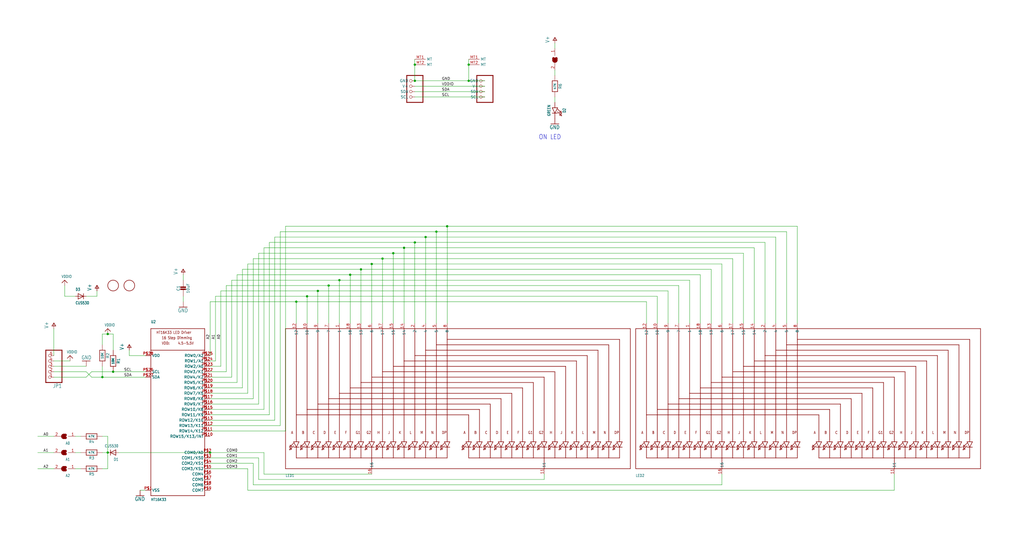
<source format=kicad_sch>
(kicad_sch (version 20230121) (generator eeschema)
  (paper "User" 482.803 257.835)
  (lib_symbols
    (symbol "working-eagle-import:CAP_CERAMIC0805-NOOUTLINE"
      (property "Reference" "C" (at -2.29 1.25 90))
      (symbol "CAP_CERAMIC0805-NOOUTLINE_1_0"
        (pin passive line (at 0 5.08 270) (length 2.54) (name "1") (number "1"))
        (pin passive line (at 0 -2.54 90) (length 2.54) (name "2") (number "2"))
      )
    )
    (symbol "working-eagle-import:DIODESOD-323F"
      (property "Reference" "D" (at -2.54 2.54 0))
      (symbol "DIODESOD-323F_1_0"
        (pin passive line (at -2.54 0 0) (length 2.54) (name "A") (number "A"))
        (pin passive line (at 2.54 0 180) (length 2.54) (name "C") (number "C"))
      )
    )
    (symbol "working-eagle-import:DISP_SEGMENT_STARBURST_DUAL_COMMONCATHODE"
      (property "Reference" "LED" (at -81.28 38.1 0))
      (symbol "DISP_SEGMENT_STARBURST_DUAL_COMMONCATHODE_1_0"
        (text "A" (at -78.74 17.78 0) (effects (font (size 1.27 1.0795)) (justify left bottom)))
        (text "A" (at 2.54 17.78 0) (effects (font (size 1.27 1.0795)) (justify left bottom)))
        (text "B" (at -73.66 17.78 0) (effects (font (size 1.27 1.0795)) (justify left bottom)))
        (text "B" (at 7.62 17.78 0) (effects (font (size 1.27 1.0795)) (justify left bottom)))
        (text "C" (at -68.58 17.78 0) (effects (font (size 1.27 1.0795)) (justify left bottom)))
        (text "C" (at 12.7 17.78 0) (effects (font (size 1.27 1.0795)) (justify left bottom)))
        (text "D" (at -63.5 17.78 0) (effects (font (size 1.27 1.0795)) (justify left bottom)))
        (text "D" (at 17.78 17.78 0) (effects (font (size 1.27 1.0795)) (justify left bottom)))
        (text "DP" (at -7.62 17.78 0) (effects (font (size 1.27 1.0795)) (justify left bottom)))
        (text "DP" (at 73.66 17.78 0) (effects (font (size 1.27 1.0795)) (justify left bottom)))
        (text "E" (at -58.42 17.78 0) (effects (font (size 1.27 1.0795)) (justify left bottom)))
        (text "E" (at 22.86 17.78 0) (effects (font (size 1.27 1.0795)) (justify left bottom)))
        (text "F" (at -53.34 17.78 0) (effects (font (size 1.27 1.0795)) (justify left bottom)))
        (text "F" (at 27.94 17.78 0) (effects (font (size 1.27 1.0795)) (justify left bottom)))
        (text "G1" (at -48.26 17.78 0) (effects (font (size 1.27 1.0795)) (justify left bottom)))
        (text "G1" (at 33.02 17.78 0) (effects (font (size 1.27 1.0795)) (justify left bottom)))
        (text "G2" (at -43.18 17.78 0) (effects (font (size 1.27 1.0795)) (justify left bottom)))
        (text "G2" (at 38.1 17.78 0) (effects (font (size 1.27 1.0795)) (justify left bottom)))
        (text "H" (at -38.1 17.78 0) (effects (font (size 1.27 1.0795)) (justify left bottom)))
        (text "H" (at 43.18 17.78 0) (effects (font (size 1.27 1.0795)) (justify left bottom)))
        (text "J" (at -33.02 17.78 0) (effects (font (size 1.27 1.0795)) (justify left bottom)))
        (text "J" (at 48.26 17.78 0) (effects (font (size 1.27 1.0795)) (justify left bottom)))
        (text "K" (at -27.94 17.78 0) (effects (font (size 1.27 1.0795)) (justify left bottom)))
        (text "K" (at 53.34 17.78 0) (effects (font (size 1.27 1.0795)) (justify left bottom)))
        (text "L" (at -22.86 17.78 0) (effects (font (size 1.27 1.0795)) (justify left bottom)))
        (text "L" (at 58.42 17.78 0) (effects (font (size 1.27 1.0795)) (justify left bottom)))
        (text "M" (at -17.78 17.78 0) (effects (font (size 1.27 1.0795)) (justify left bottom)))
        (text "M" (at 63.5 17.78 0) (effects (font (size 1.27 1.0795)) (justify left bottom)))
        (text "N" (at -12.7 17.78 0) (effects (font (size 1.27 1.0795)) (justify left bottom)))
        (text "N" (at 68.58 17.78 0) (effects (font (size 1.27 1.0795)) (justify left bottom)))
        (pin bidirectional line (at -55.88 -33.02 90) (length 2.54) (name "1") (number "1"))
        (pin bidirectional line (at -71.12 -33.02 90) (length 2.54) (name "10") (number "10"))
        (pin bidirectional line (at 40.64 38.1 270) (length 2.54) (name "11") (number "11"))
        (pin bidirectional line (at -76.2 -33.02 90) (length 2.54) (name "12") (number "12"))
        (pin bidirectional line (at -45.72 -33.02 90) (length 2.54) (name "13") (number "13"))
        (pin bidirectional line (at -25.4 -33.02 90) (length 2.54) (name "14") (number "14"))
        (pin bidirectional line (at -30.48 -33.02 90) (length 2.54) (name "15") (number "15"))
        (pin bidirectional line (at -40.64 38.1 270) (length 2.54) (name "16") (number "16"))
        (pin bidirectional line (at -35.56 -33.02 90) (length 2.54) (name "17") (number "17"))
        (pin bidirectional line (at -50.8 -33.02 90) (length 2.54) (name "18") (number "18"))
        (pin bidirectional line (at -20.32 -33.02 90) (length 2.54) (name "2") (number "2"))
        (pin bidirectional line (at -15.24 -33.02 90) (length 2.54) (name "4") (number "4"))
        (pin bidirectional line (at -10.16 -33.02 90) (length 2.54) (name "5") (number "5"))
        (pin bidirectional line (at -40.64 -33.02 90) (length 2.54) (name "6") (number "6"))
        (pin bidirectional line (at -60.96 -33.02 90) (length 2.54) (name "7") (number "7"))
        (pin bidirectional line (at -5.08 -33.02 90) (length 2.54) (name "8") (number "8"))
        (pin bidirectional line (at -66.04 -33.02 90) (length 2.54) (name "9") (number "9"))
      )
    )
    (symbol "working-eagle-import:FIDUCIAL")
    (symbol "working-eagle-import:GND" (power)
      (property "Value" "GND" (at -2.54 -2.54 0))
      (symbol "GND_1_0"
        (pin power_in line (at 0 2.54 270) (length 2.54) (name "GND") (number "1"))
      )
    )
    (symbol "working-eagle-import:HEADER-1X570MIL"
      (property "Reference" "JP" (at -6.35 8.255 0))
      (symbol "HEADER-1X570MIL_1_0"
        (pin passive inverted (at -2.54 5.08 0) (length 2.54) (name "1") (number "1"))
        (pin passive inverted (at -2.54 2.54 0) (length 2.54) (name "2") (number "2"))
        (pin passive inverted (at -2.54 0 0) (length 2.54) (name "3") (number "3"))
        (pin passive inverted (at -2.54 -2.54 0) (length 2.54) (name "4") (number "4"))
        (pin passive inverted (at -2.54 -5.08 0) (length 2.54) (name "5") (number "5"))
      )
    )
    (symbol "working-eagle-import:HT16K33_SOP28_SKINNY"
      (property "Reference" "U" (at -12.7 40.64 0))
      (symbol "HT16K33_SOP28_SKINNY_1_0"
        (text "16 Step Dimming" (at -7.62 33.02 0) (effects (font (size 1.27 1.0795)) (justify left bottom)))
        (text "4.5-5.5V" (at 0 30.48 0) (effects (font (size 1.27 1.0795)) (justify left bottom)))
        (text "HT16K33 LED Driver" (at -10.16 35.56 0) (effects (font (size 1.27 1.0795)) (justify left bottom)))
        (text "VDD:" (at -7.62 30.48 0) (effects (font (size 1.27 1.0795)) (justify left bottom)))
        (pin bidirectional line (at -15.24 -38.1 0) (length 2.54) (name "VSS") (number "P$1"))
        (pin bidirectional line (at 15.24 -12.7 180) (length 2.54) (name "ROW15/K13/INT") (number "P$10"))
        (pin bidirectional line (at 15.24 -10.16 180) (length 2.54) (name "ROW14/K12") (number "P$11"))
        (pin bidirectional line (at 15.24 -7.62 180) (length 2.54) (name "ROW13/K11") (number "P$12"))
        (pin bidirectional line (at 15.24 -5.08 180) (length 2.54) (name "ROW12/K10") (number "P$13"))
        (pin bidirectional line (at 15.24 -2.54 180) (length 2.54) (name "ROW11/K9") (number "P$14"))
        (pin bidirectional line (at 15.24 0 180) (length 2.54) (name "ROW10/K8") (number "P$15"))
        (pin bidirectional line (at 15.24 2.54 180) (length 2.54) (name "ROW9/K7") (number "P$16"))
        (pin bidirectional line (at 15.24 5.08 180) (length 2.54) (name "ROW8/K6") (number "P$17"))
        (pin bidirectional line (at 15.24 7.62 180) (length 2.54) (name "ROW7/K5") (number "P$18"))
        (pin bidirectional line (at 15.24 10.16 180) (length 2.54) (name "ROW6/K4") (number "P$19"))
        (pin bidirectional line (at 15.24 -20.32 180) (length 2.54) (name "COM0/AD") (number "P$2"))
        (pin bidirectional line (at 15.24 12.7 180) (length 2.54) (name "ROW5/K3") (number "P$20"))
        (pin bidirectional line (at 15.24 15.24 180) (length 2.54) (name "ROW4/K2") (number "P$21"))
        (pin bidirectional line (at 15.24 17.78 180) (length 2.54) (name "ROW3/K1") (number "P$22"))
        (pin bidirectional line (at 15.24 20.32 180) (length 2.54) (name "ROW2/A0") (number "P$23"))
        (pin bidirectional line (at 15.24 22.86 180) (length 2.54) (name "ROW1/A1") (number "P$24"))
        (pin bidirectional line (at 15.24 25.4 180) (length 2.54) (name "ROW0/A2") (number "P$25"))
        (pin bidirectional line (at -15.24 17.78 0) (length 2.54) (name "SCL") (number "P$26"))
        (pin bidirectional line (at -15.24 15.24 0) (length 2.54) (name "SDA") (number "P$27"))
        (pin bidirectional line (at -15.24 25.4 0) (length 2.54) (name "VDD") (number "P$28"))
        (pin bidirectional line (at 15.24 -22.86 180) (length 2.54) (name "COM1/KS0") (number "P$3"))
        (pin bidirectional line (at 15.24 -25.4 180) (length 2.54) (name "COM2/KS1") (number "P$4"))
        (pin bidirectional line (at 15.24 -27.94 180) (length 2.54) (name "COM3/KS2") (number "P$5"))
        (pin bidirectional line (at 15.24 -30.48 180) (length 2.54) (name "COM4") (number "P$6"))
        (pin bidirectional line (at 15.24 -33.02 180) (length 2.54) (name "COM5") (number "P$7"))
        (pin bidirectional line (at 15.24 -35.56 180) (length 2.54) (name "COM6") (number "P$8"))
        (pin bidirectional line (at 15.24 -38.1 180) (length 2.54) (name "COM7") (number "P$9"))
      )
    )
    (symbol "working-eagle-import:LED0603_NOOUTLINE"
      (property "Reference" "D" (at -1.27 4.445 0))
      (symbol "LED0603_NOOUTLINE_1_0"
        (pin passive line (at -5.08 0 0) (length 2.54) (name "A") (number "A"))
        (pin passive line (at 2.54 0 180) (length 2.54) (name "C") (number "C"))
      )
    )
    (symbol "working-eagle-import:RESISTOR_0603_NOOUT"
      (property "Reference" "R" (at 0 2.54 0))
      (symbol "RESISTOR_0603_NOOUT_1_0"
        (pin passive line (at -5.08 0 0) (length 2.54) (name "1") (number "1"))
        (pin passive line (at 5.08 0 180) (length 2.54) (name "2") (number "2"))
      )
    )
    (symbol "working-eagle-import:SOLDERJUMPERCLOSED"
      (property "Reference" "SJ" (at -2.54 2.54 0))
      (symbol "SOLDERJUMPERCLOSED_1_0"
        (pin passive line (at -5.08 0 0) (length 2.54) (name "1") (number "1"))
        (pin passive line (at 5.08 0 180) (length 2.54) (name "2") (number "2"))
      )
    )
    (symbol "working-eagle-import:SOLDERJUMPERREFLOW_NOPASTE"
      (property "Reference" "SJ" (at -2.54 2.54 0))
      (symbol "SOLDERJUMPERREFLOW_NOPASTE_1_0"
        (pin passive line (at -5.08 0 0) (length 2.54) (name "1") (number "1"))
        (pin passive line (at 5.08 0 180) (length 2.54) (name "2") (number "2"))
      )
    )
    (symbol "working-eagle-import:STEMMA_I2C_QTRA"
      (symbol "STEMMA_I2C_QTRA_1_0"
        (pin passive inverted (at 0 5.08 0) (length 2.54) (name "GND") (number "1"))
        (pin passive inverted (at 0 2.54 0) (length 2.54) (name "V+") (number "2"))
        (pin passive inverted (at 0 0 0) (length 2.54) (name "SDA") (number "3"))
        (pin passive inverted (at 0 -2.54 0) (length 2.54) (name "SCL") (number "4"))
      )
      (symbol "STEMMA_I2C_QTRA_2_0"
        (pin bidirectional line (at 0 0 0) (length 5.08) (name "MT") (number "MT1"))
      )
      (symbol "STEMMA_I2C_QTRA_3_0"
        (pin bidirectional line (at 0 0 0) (length 5.08) (name "MT") (number "MT2"))
      )
    )
    (symbol "working-eagle-import:V+" (power)
      (property "Value" "V+" (at -2.54 -2.54 90))
      (symbol "V+_1_0"
        (pin power_in line (at 0 -2.54 90) (length 2.54) (name "V+") (number "1"))
      )
    )
    (symbol "working-eagle-import:VDDIO" (power)
      (property "Value" "VDDIO" (at -1.524 1.016 0))
      (symbol "VDDIO_1_0"
        (pin power_in line (at 0 -2.54 90) (length 2.54) (name "VDDIO") (number "1"))
      )
    )
  )
  (junction (at 154.94 134.62))
  (junction (at 50.8 213.36))
  (junction (at 170.18 127))
  (junction (at 195.58 30.48))
  (junction (at 175.26 124.46))
  (junction (at 144.78 139.7))
  (junction (at 149.86 137.16))
  (junction (at 139.7 142.24))
  (junction (at 99.06 213.36))
  (junction (at 180.34 121.92))
  (junction (at 53.34 175.26))
  (junction (at 195.58 114.3))
  (junction (at 200.66 111.76))
  (junction (at 50.8 157.48))
  (junction (at 220.98 30.48))
  (junction (at 160.02 132.08))
  (junction (at 48.26 177.8))
  (junction (at 190.5 116.84))
  (junction (at 185.42 119.38))
  (junction (at 165.1 129.54))
  (junction (at 220.98 38.1))
  (junction (at 210.82 106.68))
  (junction (at 205.74 109.22))
  (junction (at 195.58 38.1))
  (wire (pts (xy 38.1 205.74) (xy 35.56 205.74)) (stroke (width 0.1524)))
  (wire (pts (xy 99.06 180.34) (xy 111.76 180.34)) (stroke (width 0.1524)))
  (wire (pts (xy 99.06 220.98) (xy 116.84 220.98)) (stroke (width 0.1524)))
  (wire (pts (xy 111.76 129.54) (xy 165.1 129.54)) (stroke (width 0.1524)))
  (wire (pts (xy 320.04 134.62) (xy 320.04 152.4)) (stroke (width 0.1524)))
  (wire (pts (xy 99.06 177.8) (xy 109.22 177.8)) (stroke (width 0.1524)))
  (wire (pts (xy 68.58 167.64) (xy 60.96 167.64)) (stroke (width 0.1524)))
  (wire (pts (xy 127 114.3) (xy 195.58 114.3)) (stroke (width 0.1524)))
  (wire (pts (xy 370.84 109.22) (xy 370.84 152.4)) (stroke (width 0.1524)))
  (wire (pts (xy 53.34 175.26) (xy 43.18 175.26)) (stroke (width 0.1524)))
  (wire (pts (xy 116.84 185.42) (xy 116.84 124.46)) (stroke (width 0.1524)))
  (wire (pts (xy 185.42 119.38) (xy 350.52 119.38)) (stroke (width 0.1524)))
  (wire (pts (xy 175.26 124.46) (xy 175.26 152.4)) (stroke (width 0.1524)))
  (wire (pts (xy 101.6 139.7) (xy 144.78 139.7)) (stroke (width 0.1524)))
  (wire (pts (xy 25.4 175.26) (xy 40.64 175.26)) (stroke (width 0.1524)))
  (wire (pts (xy 99.06 175.26) (xy 106.68 175.26)) (stroke (width 0.1524)))
  (wire (pts (xy 50.8 213.36) (xy 50.8 205.74)) (stroke (width 0.1524)))
  (wire (pts (xy 40.64 175.26) (xy 43.18 177.8)) (stroke (width 0.1524)))
  (wire (pts (xy 121.92 190.5) (xy 121.92 119.38)) (stroke (width 0.1524)))
  (wire (pts (xy 129.54 198.12) (xy 129.54 111.76)) (stroke (width 0.1524)))
  (wire (pts (xy 195.58 27.94) (xy 195.58 30.48)) (stroke (width 0.1524)))
  (wire (pts (xy 50.8 220.98) (xy 50.8 213.36)) (stroke (width 0.1524)))
  (wire (pts (xy 48.26 213.36) (xy 50.8 213.36)) (stroke (width 0.1524)))
  (wire (pts (xy 365.76 111.76) (xy 365.76 152.4)) (stroke (width 0.1524)))
  (wire (pts (xy 200.66 111.76) (xy 200.66 152.4)) (stroke (width 0.1524)))
  (wire (pts (xy 195.58 114.3) (xy 195.58 152.4)) (stroke (width 0.1524)))
  (wire (pts (xy 99.06 203.2) (xy 134.62 203.2)) (stroke (width 0.1524)))
  (wire (pts (xy 66.04 231.14) (xy 68.58 231.14)) (stroke (width 0.1524)))
  (wire (pts (xy 101.6 170.18) (xy 101.6 139.7)) (stroke (width 0.1524)))
  (wire (pts (xy 228.6 43.18) (xy 195.58 43.18)) (stroke (width 0.1524)))
  (wire (pts (xy 144.78 139.7) (xy 309.88 139.7)) (stroke (width 0.1524)))
  (wire (pts (xy 99.06 213.36) (xy 124.46 213.36)) (stroke (width 0.1524)))
  (wire (pts (xy 109.22 132.08) (xy 160.02 132.08)) (stroke (width 0.1524)))
  (wire (pts (xy 220.98 30.48) (xy 220.98 27.94)) (stroke (width 0.1524)))
  (wire (pts (xy 134.62 203.2) (xy 134.62 106.68)) (stroke (width 0.1524)))
  (wire (pts (xy 360.68 114.3) (xy 360.68 152.4)) (stroke (width 0.1524)))
  (wire (pts (xy 119.38 228.6) (xy 340.36 228.6)) (stroke (width 0.1524)))
  (wire (pts (xy 325.12 132.08) (xy 325.12 152.4)) (stroke (width 0.1524)))
  (wire (pts (xy 119.38 218.44) (xy 119.38 228.6)) (stroke (width 0.1524)))
  (wire (pts (xy 228.6 40.64) (xy 195.58 40.64)) (stroke (width 0.1524)))
  (wire (pts (xy 228.6 38.1) (xy 220.98 38.1)) (stroke (width 0.1524)))
  (wire (pts (xy 175.26 124.46) (xy 340.36 124.46)) (stroke (width 0.1524)))
  (wire (pts (xy 335.28 127) (xy 335.28 152.4)) (stroke (width 0.1524)))
  (wire (pts (xy 200.66 111.76) (xy 365.76 111.76)) (stroke (width 0.1524)))
  (wire (pts (xy 129.54 111.76) (xy 200.66 111.76)) (stroke (width 0.1524)))
  (wire (pts (xy 55.88 213.36) (xy 99.06 213.36)) (stroke (width 0.1524)))
  (wire (pts (xy 261.62 48.26) (xy 261.62 45.72)) (stroke (width 0.1524)))
  (wire (pts (xy 104.14 137.16) (xy 149.86 137.16)) (stroke (width 0.1524)))
  (wire (pts (xy 304.8 142.24) (xy 304.8 152.4)) (stroke (width 0.1524)))
  (wire (pts (xy 180.34 121.92) (xy 180.34 152.4)) (stroke (width 0.1524)))
  (wire (pts (xy 38.1 213.36) (xy 35.56 213.36)) (stroke (width 0.1524)))
  (wire (pts (xy 40.64 172.72) (xy 25.4 172.72)) (stroke (width 0.1524)))
  (wire (pts (xy 134.62 106.68) (xy 210.82 106.68)) (stroke (width 0.1524)))
  (wire (pts (xy 154.94 134.62) (xy 154.94 152.4)) (stroke (width 0.1524)))
  (wire (pts (xy 45.72 139.7) (xy 40.64 139.7)) (stroke (width 0.1524)))
  (wire (pts (xy 48.26 205.74) (xy 50.8 205.74)) (stroke (width 0.1524)))
  (wire (pts (xy 99.06 200.66) (xy 132.08 200.66)) (stroke (width 0.1524)))
  (wire (pts (xy 220.98 38.1) (xy 195.58 38.1)) (stroke (width 0.1524)))
  (wire (pts (xy 149.86 137.16) (xy 314.96 137.16)) (stroke (width 0.1524)))
  (wire (pts (xy 114.3 127) (xy 170.18 127)) (stroke (width 0.1524)))
  (wire (pts (xy 99.06 218.44) (xy 119.38 218.44)) (stroke (width 0.1524)))
  (wire (pts (xy 421.64 231.14) (xy 421.64 223.52)) (stroke (width 0.1524)))
  (wire (pts (xy 99.06 172.72) (xy 104.14 172.72)) (stroke (width 0.1524)))
  (wire (pts (xy 60.96 167.64) (xy 60.96 165.1)) (stroke (width 0.1524)))
  (wire (pts (xy 114.3 182.88) (xy 114.3 127)) (stroke (width 0.1524)))
  (wire (pts (xy 48.26 162.56) (xy 48.26 157.48)) (stroke (width 0.1524)))
  (wire (pts (xy 185.42 119.38) (xy 185.42 152.4)) (stroke (width 0.1524)))
  (wire (pts (xy 111.76 180.34) (xy 111.76 129.54)) (stroke (width 0.1524)))
  (wire (pts (xy 30.48 139.7) (xy 30.48 134.62)) (stroke (width 0.1524)))
  (wire (pts (xy 228.6 45.72) (xy 195.58 45.72)) (stroke (width 0.1524)))
  (wire (pts (xy 195.58 30.48) (xy 195.58 38.1)) (stroke (width 0.1524)))
  (wire (pts (xy 261.62 33.02) (xy 261.62 35.56)) (stroke (width 0.1524)))
  (wire (pts (xy 99.06 215.9) (xy 121.92 215.9)) (stroke (width 0.1524)))
  (wire (pts (xy 99.06 185.42) (xy 116.84 185.42)) (stroke (width 0.1524)))
  (wire (pts (xy 43.18 175.26) (xy 40.64 177.8)) (stroke (width 0.1524)))
  (wire (pts (xy 220.98 38.1) (xy 220.98 30.48)) (stroke (width 0.1524)))
  (wire (pts (xy 139.7 142.24) (xy 304.8 142.24)) (stroke (width 0.1524)))
  (wire (pts (xy 86.36 129.54) (xy 86.36 132.08)) (stroke (width 0.1524)))
  (wire (pts (xy 124.46 116.84) (xy 190.5 116.84)) (stroke (width 0.1524)))
  (wire (pts (xy 45.72 137.16) (xy 45.72 139.7)) (stroke (width 0.1524)))
  (wire (pts (xy 330.2 129.54) (xy 330.2 152.4)) (stroke (width 0.1524)))
  (wire (pts (xy 99.06 167.64) (xy 99.06 142.24)) (stroke (width 0.1524)))
  (wire (pts (xy 116.84 124.46) (xy 175.26 124.46)) (stroke (width 0.1524)))
  (wire (pts (xy 149.86 137.16) (xy 149.86 152.4)) (stroke (width 0.1524)))
  (wire (pts (xy 99.06 187.96) (xy 119.38 187.96)) (stroke (width 0.1524)))
  (wire (pts (xy 99.06 182.88) (xy 114.3 182.88)) (stroke (width 0.1524)))
  (wire (pts (xy 68.58 177.8) (xy 48.26 177.8)) (stroke (width 0.1524)))
  (wire (pts (xy 17.78 205.74) (xy 25.4 205.74)) (stroke (width 0.1524)))
  (wire (pts (xy 132.08 200.66) (xy 132.08 109.22)) (stroke (width 0.1524)))
  (wire (pts (xy 109.22 177.8) (xy 109.22 132.08)) (stroke (width 0.1524)))
  (wire (pts (xy 154.94 134.62) (xy 320.04 134.62)) (stroke (width 0.1524)))
  (wire (pts (xy 195.58 114.3) (xy 360.68 114.3)) (stroke (width 0.1524)))
  (wire (pts (xy 170.18 127) (xy 335.28 127)) (stroke (width 0.1524)))
  (wire (pts (xy 314.96 137.16) (xy 314.96 152.4)) (stroke (width 0.1524)))
  (wire (pts (xy 121.92 215.9) (xy 121.92 226.06)) (stroke (width 0.1524)))
  (wire (pts (xy 309.88 139.7) (xy 309.88 152.4)) (stroke (width 0.1524)))
  (wire (pts (xy 165.1 129.54) (xy 165.1 152.4)) (stroke (width 0.1524)))
  (wire (pts (xy 99.06 142.24) (xy 139.7 142.24)) (stroke (width 0.1524)))
  (wire (pts (xy 205.74 109.22) (xy 205.74 152.4)) (stroke (width 0.1524)))
  (wire (pts (xy 340.36 124.46) (xy 340.36 152.4)) (stroke (width 0.1524)))
  (wire (pts (xy 355.6 116.84) (xy 355.6 152.4)) (stroke (width 0.1524)))
  (wire (pts (xy 119.38 121.92) (xy 180.34 121.92)) (stroke (width 0.1524)))
  (wire (pts (xy 40.64 177.8) (xy 25.4 177.8)) (stroke (width 0.1524)))
  (wire (pts (xy 210.82 106.68) (xy 375.92 106.68)) (stroke (width 0.1524)))
  (wire (pts (xy 144.78 139.7) (xy 144.78 152.4)) (stroke (width 0.1524)))
  (wire (pts (xy 68.58 175.26) (xy 53.34 175.26)) (stroke (width 0.1524)))
  (wire (pts (xy 99.06 190.5) (xy 121.92 190.5)) (stroke (width 0.1524)))
  (wire (pts (xy 121.92 119.38) (xy 185.42 119.38)) (stroke (width 0.1524)))
  (wire (pts (xy 132.08 109.22) (xy 205.74 109.22)) (stroke (width 0.1524)))
  (wire (pts (xy 25.4 220.98) (xy 17.78 220.98)) (stroke (width 0.1524)))
  (wire (pts (xy 86.36 142.24) (xy 86.36 139.7)) (stroke (width 0.1524)))
  (wire (pts (xy 106.68 134.62) (xy 154.94 134.62)) (stroke (width 0.1524)))
  (wire (pts (xy 121.92 226.06) (xy 256.54 226.06)) (stroke (width 0.1524)))
  (wire (pts (xy 180.34 121.92) (xy 345.44 121.92)) (stroke (width 0.1524)))
  (wire (pts (xy 116.84 220.98) (xy 116.84 231.14)) (stroke (width 0.1524)))
  (wire (pts (xy 375.92 106.68) (xy 375.92 152.4)) (stroke (width 0.1524)))
  (wire (pts (xy 99.06 198.12) (xy 129.54 198.12)) (stroke (width 0.1524)))
  (wire (pts (xy 25.4 213.36) (xy 17.78 213.36)) (stroke (width 0.1524)))
  (wire (pts (xy 160.02 132.08) (xy 325.12 132.08)) (stroke (width 0.1524)))
  (wire (pts (xy 48.26 177.8) (xy 48.26 172.72)) (stroke (width 0.1524)))
  (wire (pts (xy 106.68 175.26) (xy 106.68 134.62)) (stroke (width 0.1524)))
  (wire (pts (xy 350.52 119.38) (xy 350.52 152.4)) (stroke (width 0.1524)))
  (wire (pts (xy 340.36 228.6) (xy 340.36 223.52)) (stroke (width 0.1524)))
  (wire (pts (xy 124.46 193.04) (xy 124.46 116.84)) (stroke (width 0.1524)))
  (wire (pts (xy 190.5 116.84) (xy 190.5 152.4)) (stroke (width 0.1524)))
  (wire (pts (xy 205.74 109.22) (xy 370.84 109.22)) (stroke (width 0.1524)))
  (wire (pts (xy 48.26 220.98) (xy 50.8 220.98)) (stroke (width 0.1524)))
  (wire (pts (xy 35.56 139.7) (xy 30.48 139.7)) (stroke (width 0.1524)))
  (wire (pts (xy 127 195.58) (xy 127 114.3)) (stroke (width 0.1524)))
  (wire (pts (xy 256.54 226.06) (xy 256.54 223.52)) (stroke (width 0.1524)))
  (wire (pts (xy 170.18 127) (xy 170.18 152.4)) (stroke (width 0.1524)))
  (wire (pts (xy 99.06 193.04) (xy 124.46 193.04)) (stroke (width 0.1524)))
  (wire (pts (xy 53.34 157.48) (xy 53.34 165.1)) (stroke (width 0.1524)))
  (wire (pts (xy 43.18 177.8) (xy 48.26 177.8)) (stroke (width 0.1524)))
  (wire (pts (xy 50.8 157.48) (xy 53.34 157.48)) (stroke (width 0.1524)))
  (wire (pts (xy 116.84 231.14) (xy 421.64 231.14)) (stroke (width 0.1524)))
  (wire (pts (xy 261.62 20.32) (xy 261.62 22.86)) (stroke (width 0.1524)))
  (wire (pts (xy 124.46 213.36) (xy 124.46 223.52)) (stroke (width 0.1524)))
  (wire (pts (xy 104.14 172.72) (xy 104.14 137.16)) (stroke (width 0.1524)))
  (wire (pts (xy 124.46 223.52) (xy 175.26 223.52)) (stroke (width 0.1524)))
  (wire (pts (xy 33.02 170.18) (xy 25.4 170.18)) (stroke (width 0.1524)))
  (wire (pts (xy 48.26 157.48) (xy 50.8 157.48)) (stroke (width 0.1524)))
  (wire (pts (xy 99.06 195.58) (xy 127 195.58)) (stroke (width 0.1524)))
  (wire (pts (xy 139.7 142.24) (xy 139.7 152.4)) (stroke (width 0.1524)))
  (wire (pts (xy 119.38 187.96) (xy 119.38 121.92)) (stroke (width 0.1524)))
  (wire (pts (xy 165.1 129.54) (xy 330.2 129.54)) (stroke (width 0.1524)))
  (wire (pts (xy 210.82 106.68) (xy 210.82 152.4)) (stroke (width 0.1524)))
  (wire (pts (xy 38.1 220.98) (xy 35.56 220.98)) (stroke (width 0.1524)))
  (wire (pts (xy 190.5 116.84) (xy 355.6 116.84)) (stroke (width 0.1524)))
  (wire (pts (xy 99.06 170.18) (xy 101.6 170.18)) (stroke (width 0.1524)))
  (wire (pts (xy 345.44 121.92) (xy 345.44 152.4)) (stroke (width 0.1524)))
  (wire (pts (xy 160.02 132.08) (xy 160.02 152.4)) (stroke (width 0.1524)))
  (wire (pts (xy 25.4 167.64) (xy 25.4 154.94)) (stroke (width 0.1524)))
  (text "ON LED" (at 254 66.04 0) (effects (font (size 2.1844 1.8567)) (justify left bottom)))
  (label "COM1" (at 106.68 215.9 0) (effects (font (size 1.2446 1.2446))))
  (label "VDDIO" (at 208.28 40.64 0) (effects (font (size 1.2446 1.2446))))
  (label "SDA" (at 58.42 177.8 0) (effects (font (size 1.2446 1.2446))))
  (label "GND" (at 208.28 38.1 0) (effects (font (size 1.2446 1.2446))))
  (label "A1" (at 22.86 213.36 180) (effects (font (size 1.2446 1.2446))))
  (label "COM3" (at 106.68 220.98 0) (effects (font (size 1.2446 1.2446))))
  (label "A1" (at 101.6 160.02 90) (effects (font (size 1.2446 1.2446))))
  (label "A2" (at 22.86 220.98 180) (effects (font (size 1.2446 1.2446))))
  (label "COM0" (at 106.68 213.36 0) (effects (font (size 1.2446 1.2446))))
  (label "SCL" (at 58.42 175.26 0) (effects (font (size 1.2446 1.2446))))
  (label "A2" (at 99.06 160.02 90) (effects (font (size 1.2446 1.2446))))
  (label "COM2" (at 106.68 218.44 0) (effects (font (size 1.2446 1.2446))))
  (label "SCL" (at 208.28 45.72 0) (effects (font (size 1.2446 1.2446))))
  (label "SDA" (at 208.28 43.18 0) (effects (font (size 1.2446 1.2446))))
  (label "A0" (at 104.14 160.02 90) (effects (font (size 1.2446 1.2446))))
  (label "A0" (at 22.86 205.74 180) (effects (font (size 1.2446 1.2446))))
  (symbol (lib_id "working-eagle-import:GND") (at 86.36 144.78 0) (unit 1)
    (property "Reference" "#GND3" (effects hide))
    (property "Value" "GND" (at 83.82 147.32 0) (effects (font (size 1.778 1.5113)) (justify left bottom)))
  )
  (symbol (lib_id "working-eagle-import:RESISTOR_0603_NOOUT") (at 43.18 205.74 180) (unit 1)
    (property "Reference" "R4" (at 43.18 208.28 0))
    (property "Value" "47K" (at 43.18 205.74 0) (effects (font (size 1.016 1.016) bold)))
    (property "Footprint" "working:0603-NO" (effects hide))
  )
  (symbol (lib_id "working-eagle-import:FIDUCIAL") (at 53.34 134.62 0) (unit 1)
    (property "Reference" "U$1" (effects hide))
    (property "Value" "FIDUCIAL" (effects hide))
    (property "Footprint" "working:FIDUCIAL_1MM" (effects hide))
  )
  (symbol (lib_id "working-eagle-import:STEMMA_I2C_QTRA") (at 195.58 43.18 0) (mirror y) (unit 1)
    (property "Reference" "CONN1" (effects hide))
    (property "Value" "STEMMA_I2C_QTRA" (effects hide))
    (property "Footprint" "working:JST_SH4_RA" (effects hide))
  )
  (symbol (lib_id "working-eagle-import:GND") (at 261.62 58.42 0) (unit 1)
    (property "Reference" "#GND6" (effects hide))
    (property "Value" "GND" (at 259.08 60.96 0) (effects (font (size 1.778 1.5113)) (justify left bottom)))
  )
  (symbol (lib_id "working-eagle-import:DISP_SEGMENT_STARBURST_DUAL_COMMONCATHODE") (at 215.9 185.42 0) (mirror x) (unit 1)
    (property "Reference" "LED1" (at 134.62 223.52 0) (effects (font (size 1.27 1.0795)) (justify left bottom)))
    (property "Value" "DISP_SEGMENT_STARBURST_DUAL_COMMONCATHODE" (effects hide))
    (property "Footprint" "working:SEGMENT_STARTBUST_DUAL_KWA-541CBB" (effects hide))
  )
  (symbol (lib_id "working-eagle-import:RESISTOR_0603_NOOUT") (at 48.26 167.64 270) (unit 1)
    (property "Reference" "R2" (at 50.8 167.64 0))
    (property "Value" "10K" (at 48.26 167.64 0) (effects (font (size 1.016 1.016) bold)))
    (property "Footprint" "working:0603-NO" (effects hide))
  )
  (symbol (lib_id "working-eagle-import:SOLDERJUMPERREFLOW_NOPASTE") (at 30.48 213.36 180) (unit 1)
    (property "Reference" "A1" (at 33.02 215.9 0) (effects (font (size 1.27 1.0795)) (justify left bottom)))
    (property "Value" "SOLDERJUMPERREFLOW_NOPASTE" (effects hide))
    (property "Footprint" "working:SOLDERJUMPER_REFLOW_NOPASTE" (effects hide))
  )
  (symbol (lib_id "working-eagle-import:STEMMA_I2C_QTRA") (at 195.58 27.94 0) (unit 2)
    (property "Reference" "CONN1" (effects hide))
    (property "Value" "STEMMA_I2C_QTRA" (effects hide))
    (property "Footprint" "working:JST_SH4_RA" (effects hide))
  )
  (symbol (lib_id "working-eagle-import:HT16K33_SOP28_SKINNY") (at 83.82 193.04 0) (unit 1)
    (property "Reference" "U2" (at 71.12 152.4 0) (effects (font (size 1.27 1.0795)) (justify left bottom)))
    (property "Value" "HT16K33" (at 71.12 236.22 0) (effects (font (size 1.27 1.0795)) (justify left bottom)))
    (property "Footprint" "working:SOP28_300MIL_SKINNY" (effects hide))
  )
  (symbol (lib_id "working-eagle-import:HEADER-1X570MIL") (at 22.86 172.72 180) (unit 1)
    (property "Reference" "JP1" (at 29.21 180.975 0) (effects (font (size 1.778 1.5113)) (justify left bottom)))
    (property "Value" "HEADER-1X570MIL" (effects hide))
    (property "Footprint" "working:1X05_ROUND_70" (effects hide))
  )
  (symbol (lib_id "working-eagle-import:SOLDERJUMPERREFLOW_NOPASTE") (at 30.48 220.98 180) (unit 1)
    (property "Reference" "A2" (at 33.02 223.52 0) (effects (font (size 1.27 1.0795)) (justify left bottom)))
    (property "Value" "SOLDERJUMPERREFLOW_NOPASTE" (effects hide))
    (property "Footprint" "working:SOLDERJUMPER_REFLOW_NOPASTE" (effects hide))
  )
  (symbol (lib_id "working-eagle-import:VDDIO") (at 30.48 132.08 0) (unit 1)
    (property "Reference" "#U$4" (effects hide))
    (property "Value" "VDDIO" (at 28.956 131.064 0) (effects (font (size 1.27 1.0795)) (justify left bottom)))
  )
  (symbol (lib_id "working-eagle-import:DIODESOD-323F") (at 53.34 213.36 180) (unit 1)
    (property "Reference" "D1" (at 55.88 215.9 0) (effects (font (size 1.27 1.0795)) (justify left bottom)))
    (property "Value" "CUS530" (at 55.88 209.55 0) (effects (font (size 1.27 1.0795)) (justify left bottom)))
    (property "Footprint" "working:SOD-323F" (effects hide))
  )
  (symbol (lib_id "working-eagle-import:STEMMA_I2C_QTRA") (at 228.6 43.18 0) (mirror y) (unit 1)
    (property "Reference" "CONN2" (effects hide))
    (property "Value" "STEMMA_I2C_QTRA" (effects hide))
    (property "Footprint" "working:JST_SH4_RA" (effects hide))
  )
  (symbol (lib_id "working-eagle-import:DISP_SEGMENT_STARBURST_DUAL_COMMONCATHODE") (at 381 185.42 0) (mirror x) (unit 1)
    (property "Reference" "LED2" (at 299.72 223.52 0) (effects (font (size 1.27 1.0795)) (justify left bottom)))
    (property "Value" "DISP_SEGMENT_STARBURST_DUAL_COMMONCATHODE" (effects hide))
    (property "Footprint" "working:SEGMENT_STARTBUST_DUAL_KWA-541CBB" (effects hide))
  )
  (symbol (lib_id "working-eagle-import:DIODESOD-323F") (at 38.1 139.7 0) (unit 1)
    (property "Reference" "D3" (at 35.56 137.16 0) (effects (font (size 1.27 1.0795)) (justify left bottom)))
    (property "Value" "CUS530" (at 35.56 143.51 0) (effects (font (size 1.27 1.0795)) (justify left bottom)))
    (property "Footprint" "working:SOD-323F" (effects hide))
  )
  (symbol (lib_id "working-eagle-import:V+") (at 45.72 134.62 0) (unit 1)
    (property "Reference" "#P+2" (effects hide))
    (property "Value" "V+" (at 43.18 137.16 90) (effects (font (size 1.778 1.5113)) (justify left bottom)))
  )
  (symbol (lib_id "working-eagle-import:V+") (at 60.96 162.56 0) (unit 1)
    (property "Reference" "#P+4" (effects hide))
    (property "Value" "V+" (at 58.42 165.1 90) (effects (font (size 1.778 1.5113)) (justify left bottom)))
  )
  (symbol (lib_id "working-eagle-import:V+") (at 261.62 17.78 0) (unit 1)
    (property "Reference" "#P+5" (effects hide))
    (property "Value" "V+" (at 259.08 20.32 90) (effects (font (size 1.778 1.5113)) (justify left bottom)))
  )
  (symbol (lib_id "working-eagle-import:FIDUCIAL") (at 60.96 134.62 0) (unit 1)
    (property "Reference" "U$2" (effects hide))
    (property "Value" "FIDUCIAL" (effects hide))
    (property "Footprint" "working:FIDUCIAL_1MM" (effects hide))
  )
  (symbol (lib_id "working-eagle-import:GND") (at 66.04 233.68 0) (unit 1)
    (property "Reference" "#GND5" (effects hide))
    (property "Value" "GND" (at 63.5 236.22 0) (effects (font (size 1.778 1.5113)) (justify left bottom)))
  )
  (symbol (lib_id "working-eagle-import:RESISTOR_0603_NOOUT") (at 43.18 213.36 180) (unit 1)
    (property "Reference" "R3" (at 43.18 215.9 0))
    (property "Value" "47K" (at 43.18 213.36 0) (effects (font (size 1.016 1.016) bold)))
    (property "Footprint" "working:0603-NO" (effects hide))
  )
  (symbol (lib_id "working-eagle-import:V+") (at 86.36 127 0) (unit 1)
    (property "Reference" "#P+1" (effects hide))
    (property "Value" "V+" (at 83.82 129.54 90) (effects (font (size 1.778 1.5113)) (justify left bottom)))
  )
  (symbol (lib_id "working-eagle-import:SOLDERJUMPERREFLOW_NOPASTE") (at 30.48 205.74 180) (unit 1)
    (property "Reference" "A0" (at 33.02 208.28 0) (effects (font (size 1.27 1.0795)) (justify left bottom)))
    (property "Value" "SOLDERJUMPERREFLOW_NOPASTE" (effects hide))
    (property "Footprint" "working:SOLDERJUMPER_REFLOW_NOPASTE" (effects hide))
  )
  (symbol (lib_id "working-eagle-import:RESISTOR_0603_NOOUT") (at 53.34 170.18 270) (unit 1)
    (property "Reference" "R1" (at 55.88 170.18 0))
    (property "Value" "10K" (at 53.34 170.18 0) (effects (font (size 1.016 1.016) bold)))
    (property "Footprint" "working:0603-NO" (effects hide))
  )
  (symbol (lib_id "working-eagle-import:SOLDERJUMPERCLOSED") (at 261.62 27.94 270) (unit 1)
    (property "Reference" "LEDJMP0" (effects hide))
    (property "Value" "SOLDERJUMPERCLOSED" (effects hide))
    (property "Footprint" "working:SOLDERJUMPER_CLOSEDWIRE" (effects hide))
  )
  (symbol (lib_id "working-eagle-import:VDDIO") (at 50.8 154.94 0) (unit 1)
    (property "Reference" "#U$5" (effects hide))
    (property "Value" "VDDIO" (at 49.276 153.924 0) (effects (font (size 1.27 1.0795)) (justify left bottom)))
  )
  (symbol (lib_id "working-eagle-import:VDDIO") (at 33.02 167.64 0) (unit 1)
    (property "Reference" "#U$9" (effects hide))
    (property "Value" "VDDIO" (at 31.496 166.624 0) (effects (font (size 1.27 1.0795)) (justify left bottom)))
  )
  (symbol (lib_id "working-eagle-import:RESISTOR_0603_NOOUT") (at 261.62 40.64 270) (unit 1)
    (property "Reference" "R6" (at 264.16 40.64 0))
    (property "Value" "47K" (at 261.62 40.64 0) (effects (font (size 1.016 1.016) bold)))
    (property "Footprint" "working:0603-NO" (effects hide))
  )
  (symbol (lib_id "working-eagle-import:V+") (at 25.4 152.4 0) (unit 1)
    (property "Reference" "#P+3" (effects hide))
    (property "Value" "V+" (at 22.86 154.94 90) (effects (font (size 1.778 1.5113)) (justify left bottom)))
  )
  (symbol (lib_id "working-eagle-import:STEMMA_I2C_QTRA") (at 220.98 27.94 0) (unit 2)
    (property "Reference" "CONN2" (effects hide))
    (property "Value" "STEMMA_I2C_QTRA" (effects hide))
    (property "Footprint" "working:JST_SH4_RA" (effects hide))
  )
  (symbol (lib_id "working-eagle-import:RESISTOR_0603_NOOUT") (at 43.18 220.98 180) (unit 1)
    (property "Reference" "R5" (at 43.18 223.52 0))
    (property "Value" "47K" (at 43.18 220.98 0) (effects (font (size 1.016 1.016) bold)))
    (property "Footprint" "working:0603-NO" (effects hide))
  )
  (symbol (lib_id "working-eagle-import:LED0603_NOOUTLINE") (at 261.62 53.34 270) (unit 1)
    (property "Reference" "D2" (at 266.065 52.07 0) (effects (font (size 1.27 1.0795))))
    (property "Value" "GREEN" (at 258.826 52.07 0) (effects (font (size 1.27 1.0795))))
    (property "Footprint" "working:CHIPLED_0603_NOOUTLINE" (effects hide))
  )
  (symbol (lib_id "working-eagle-import:GND") (at 40.64 170.18 180) (unit 1)
    (property "Reference" "#GND2" (effects hide))
    (property "Value" "GND" (at 43.18 167.64 0) (effects (font (size 1.778 1.5113)) (justify left bottom)))
  )
  (symbol (lib_id "working-eagle-import:CAP_CERAMIC0805-NOOUTLINE") (at 86.36 137.16 0) (unit 1)
    (property "Reference" "C1" (at 84.07 135.91 90))
    (property "Value" "10uF" (at 88.66 135.91 90))
    (property "Footprint" "working:0805-NO" (effects hide))
  )
  (symbol (lib_id "working-eagle-import:STEMMA_I2C_QTRA") (at 220.98 30.48 0) (unit 3)
    (property "Reference" "CONN2" (effects hide))
    (property "Value" "STEMMA_I2C_QTRA" (effects hide))
    (property "Footprint" "working:JST_SH4_RA" (effects hide))
  )
  (symbol (lib_id "working-eagle-import:STEMMA_I2C_QTRA") (at 195.58 30.48 0) (unit 3)
    (property "Reference" "CONN1" (effects hide))
    (property "Value" "STEMMA_I2C_QTRA" (effects hide))
    (property "Footprint" "working:JST_SH4_RA" (effects hide))
  )
)
</source>
